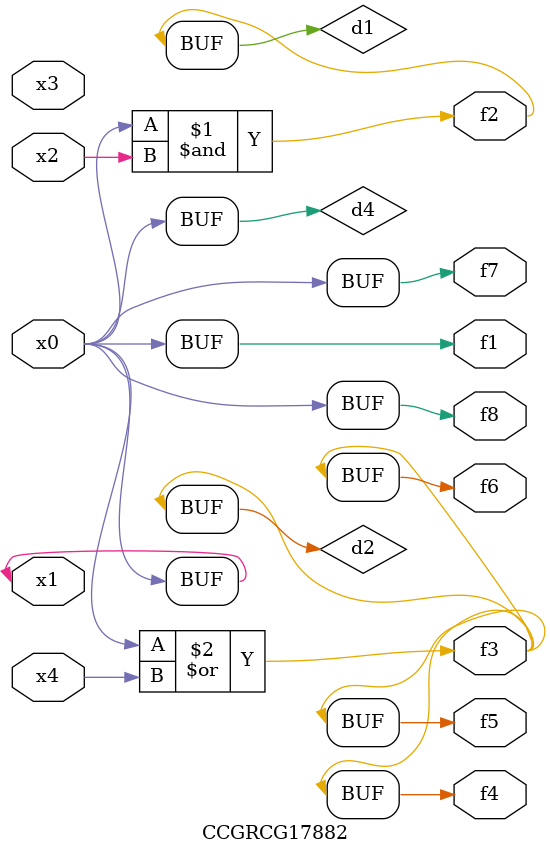
<source format=v>
module CCGRCG17882(
	input x0, x1, x2, x3, x4,
	output f1, f2, f3, f4, f5, f6, f7, f8
);

	wire d1, d2, d3, d4;

	and (d1, x0, x2);
	or (d2, x0, x4);
	nand (d3, x0, x2);
	buf (d4, x0, x1);
	assign f1 = d4;
	assign f2 = d1;
	assign f3 = d2;
	assign f4 = d2;
	assign f5 = d2;
	assign f6 = d2;
	assign f7 = d4;
	assign f8 = d4;
endmodule

</source>
